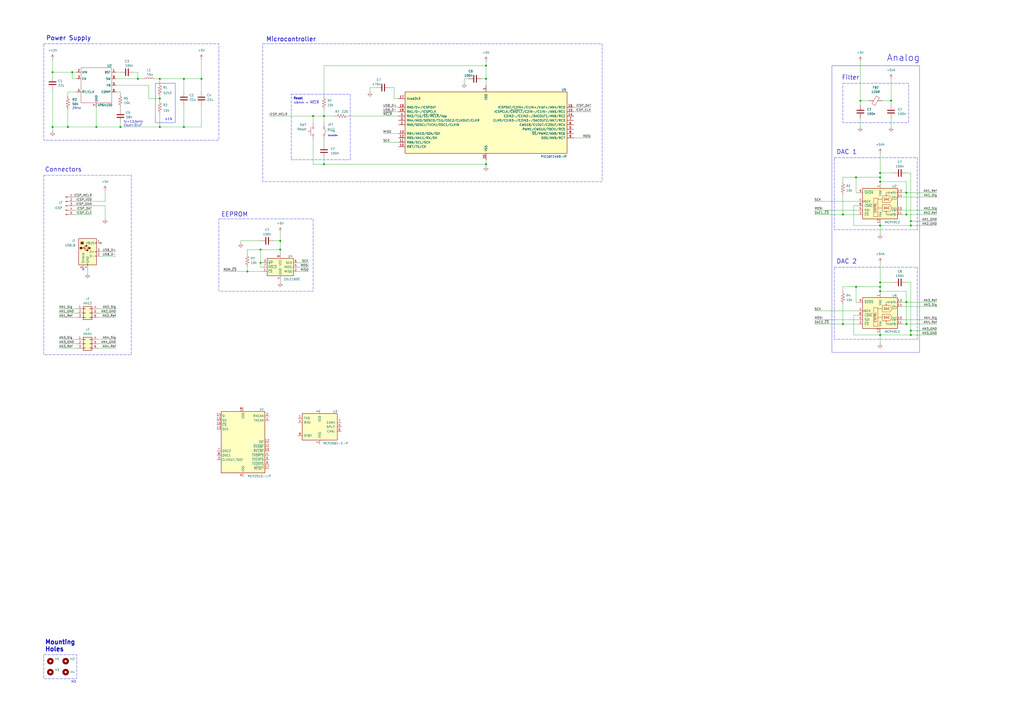
<source format=kicad_sch>
(kicad_sch (version 20250114) (generator "eeschema") (generator_version "9.0")
  (paper "A2")
  (lib_symbols
    (symbol "Analog_DAC:MCP4912" (pin_names (offset 1.016))
      (property "Reference" "U" (at -1.905 10.795 0))
      (property "Value" "MCP4912" (at -1.905 8.89 0))
      (symbol "MCP4912_0_0"
        (polyline (pts (xy 3.556 3.302) (xy 3.302 3.556)))
        (polyline (pts (xy 3.556 3.302) (xy 3.81 3.556)))
        (polyline (pts (xy 3.556 -5.842) (xy 3.302 -6.096)))
        (polyline (pts (xy 3.556 -5.842) (xy 3.81 -6.096)))
        (polyline (pts (xy 4.064 -7.62) (xy 3.556 -7.62) (xy 3.556 -5.842)))
        (polyline (pts (xy 4.318 5.08) (xy 3.556 5.08) (xy 3.556 3.302)))
        (polyline (pts (xy 6.985 1.27) (xy 9.525 1.27) (xy 9.525 2.54) (xy 10.16 2.54)))
        (polyline (pts (xy 6.985 -3.81) (xy 9.525 -3.81) (xy 9.525 -5.08) (xy 10.16 -5.08)))
        (polyline (pts (xy 10.16 5.08) (xy 9.398 5.08)))
        (polyline (pts (xy 10.16 -7.62) (xy 9.398 -7.62)))
        (text "CNTRL" (at -2.032 -6.731 900) (effects (font (size 1.27 1.27)) (justify left bottom)))
        (text "DAC" (at 3.81 1.27 0) (effects (font (size 1.27 1.27))))
        (text "DAC" (at 3.81 -3.81 0) (effects (font (size 1.27 1.27))))
      )
      (symbol "MCP4912_0_1"
        (rectangle (start -10.16 7.62) (end 10.16 -10.16) (stroke (width 0.254)) (fill (type background)))
        (rectangle (start -1.27 -8.89) (end -3.81 1.905))
        (polyline (pts (xy 1.27 1.27) (xy -1.27 1.27)))
        (polyline (pts (xy 1.27 -3.81) (xy -1.27 -3.81)))
        (polyline (pts (xy 6.985 1.27) (xy 5.715 3.175) (xy 1.27 3.175) (xy 1.27 -0.635) (xy 5.715 -0.635) (xy 6.985 1.27)))
        (polyline (pts (xy 6.985 -3.81) (xy 5.715 -1.905) (xy 1.27 -1.905) (xy 1.27 -5.715) (xy 5.715 -5.715) (xy 6.985 -3.81)))
      )
      (symbol "MCP4912_1_1"
        (pin input line (at -12.7 5.08 0) (length 2.54) (name "~{SHDN}") (number "9"))
        (pin input clock (at -12.7 0 0) (length 2.54) (name "SCK") (number "4"))
        (pin input line (at -12.7 -2.54 0) (length 2.54) (name "~{LDAC}") (number "8"))
        (pin input line (at -12.7 -5.08 0) (length 2.54) (name "SDI") (number "5"))
        (pin input line (at -12.7 -7.62 0) (length 2.54) (name "~{CS}") (number "3"))
        (pin no_connect line (at -7.62 -10.16 90) (length 2.54) (hide yes) (name "NC") (number "2"))
        (pin no_connect line (at -5.08 -10.16 90) (length 2.54) (hide yes) (name "NC") (number "6"))
        (pin no_connect line (at -2.54 -10.16 90) (length 2.54) (hide yes) (name "NC") (number "7"))
        (pin power_in line (at 0 10.16 270) (length 2.54) (name "Vdd") (number "1"))
        (pin power_in line (at 0 -12.7 90) (length 2.54) (name "Vss") (number "12"))
        (pin input line (at 12.7 5.08 180) (length 2.54) (name "VrefA") (number "13"))
        (pin output line (at 12.7 2.54 180) (length 2.54) (name "VA") (number "14"))
        (pin output line (at 12.7 -5.08 180) (length 2.54) (name "VB") (number "10"))
        (pin input line (at 12.7 -7.62 180) (length 2.54) (name "VrefB") (number "11"))
      )
    )
    (symbol "Connector:Conn_01x05_Pin" (pin_names (offset 1.016) (hide yes))
      (property "Reference" "J" (at 0 7.62 0))
      (property "Value" "Conn_01x05_Pin" (at 0 -7.62 0))
      (symbol "Conn_01x05_Pin_1_1"
        (rectangle (start 0.8636 5.207) (end 0 4.953) (stroke (width 0.1524)) (fill (type outline)))
        (rectangle (start 0.8636 2.667) (end 0 2.413) (stroke (width 0.1524)) (fill (type outline)))
        (rectangle (start 0.8636 0.127) (end 0 -0.127) (stroke (width 0.1524)) (fill (type outline)))
        (rectangle (start 0.8636 -2.413) (end 0 -2.667) (stroke (width 0.1524)) (fill (type outline)))
        (rectangle (start 0.8636 -4.953) (end 0 -5.207) (stroke (width 0.1524)) (fill (type outline)))
        (polyline (pts (xy 1.27 5.08) (xy 0.8636 5.08)) (stroke (width 0.1524)))
        (polyline (pts (xy 1.27 2.54) (xy 0.8636 2.54)) (stroke (width 0.1524)))
        (polyline (pts (xy 1.27 0) (xy 0.8636 0)) (stroke (width 0.1524)))
        (polyline (pts (xy 1.27 -2.54) (xy 0.8636 -2.54)) (stroke (width 0.1524)))
        (polyline (pts (xy 1.27 -5.08) (xy 0.8636 -5.08)) (stroke (width 0.1524)))
        (pin passive line (at 5.08 5.08 180) (length 3.81) (name "Pin_1") (number "1"))
        (pin passive line (at 5.08 2.54 180) (length 3.81) (name "Pin_2") (number "2"))
        (pin passive line (at 5.08 0 180) (length 3.81) (name "Pin_3") (number "3"))
        (pin passive line (at 5.08 -2.54 180) (length 3.81) (name "Pin_4") (number "4"))
        (pin passive line (at 5.08 -5.08 180) (length 3.81) (name "Pin_5") (number "5"))
      )
    )
    (symbol "Connector:USB_B" (pin_names (offset 1.016))
      (property "Reference" "J" (at -5.08 11.43 0))
      (property "Value" "USB_B" (at -5.08 8.89 0))
      (symbol "USB_B_0_1"
        (rectangle (start -5.08 -7.62) (end 5.08 7.62) (stroke (width 0.254)) (fill (type background)))
        (polyline (pts (xy -4.064 4.318) (xy -2.286 4.318) (xy -2.286 5.715) (xy -2.667 6.096) (xy -3.683 6.096) (xy -4.064 5.715) (xy -4.064 4.318)))
        (rectangle (start -3.81 5.588) (end -2.54 4.572) (fill (type outline)))
        (circle (center -3.81 2.159) (radius 0.635) (stroke (width 0.254)) (fill (type outline)))
        (polyline (pts (xy -3.175 2.159) (xy -2.54 2.159) (xy -1.27 3.429) (xy -0.635 3.429)) (stroke (width 0.254)))
        (polyline (pts (xy -2.54 2.159) (xy -1.905 2.159) (xy -1.27 0.889) (xy 0 0.889)) (stroke (width 0.254)))
        (polyline (pts (xy -1.905 2.159) (xy 0.635 2.159)) (stroke (width 0.254)))
        (circle (center -0.635 3.429) (radius 0.381) (stroke (width 0.254)) (fill (type outline)))
        (rectangle (start -0.127 -7.62) (end 0.127 -6.858))
        (rectangle (start 0.254 1.27) (end -0.508 0.508) (stroke (width 0.254)) (fill (type outline)))
        (polyline (pts (xy 0.635 2.794) (xy 0.635 1.524) (xy 1.905 2.159) (xy 0.635 2.794)) (stroke (width 0.254)) (fill (type outline)))
        (rectangle (start 5.08 4.953) (end 4.318 5.207))
        (rectangle (start 5.08 -0.127) (end 4.318 0.127))
        (rectangle (start 5.08 -2.667) (end 4.318 -2.413))
      )
      (symbol "USB_B_1_1"
        (pin passive line (at -2.54 -10.16 90) (length 2.54) (name "Shield") (number "5"))
        (pin power_out line (at 0 -10.16 90) (length 2.54) (name "GND") (number "4"))
        (pin power_out line (at 7.62 5.08 180) (length 2.54) (name "VBUS") (number "1"))
        (pin bidirectional line (at 7.62 0 180) (length 2.54) (name "D+") (number "3"))
        (pin bidirectional line (at 7.62 -2.54 180) (length 2.54) (name "D-") (number "2"))
      )
    )
    (symbol "Connector_Generic:Conn_02x03_Top_Bottom" (pin_names (offset 1.016) (hide yes))
      (property "Reference" "J" (at 1.27 5.08 0))
      (property "Value" "Conn_02x03_Top_Bottom" (at 1.27 -5.08 0))
      (symbol "Conn_02x03_Top_Bottom_1_1"
        (rectangle (start -1.27 3.81) (end 3.81 -3.81) (stroke (width 0.254)) (fill (type background)))
        (rectangle (start -1.27 2.667) (end 0 2.413) (stroke (width 0.1524)))
        (rectangle (start -1.27 0.127) (end 0 -0.127) (stroke (width 0.1524)))
        (rectangle (start -1.27 -2.413) (end 0 -2.667) (stroke (width 0.1524)))
        (rectangle (start 3.81 2.667) (end 2.54 2.413) (stroke (width 0.1524)))
        (rectangle (start 3.81 0.127) (end 2.54 -0.127) (stroke (width 0.1524)))
        (rectangle (start 3.81 -2.413) (end 2.54 -2.667) (stroke (width 0.1524)))
        (pin passive line (at -5.08 2.54 0) (length 3.81) (name "Pin_1") (number "1"))
        (pin passive line (at -5.08 0 0) (length 3.81) (name "Pin_2") (number "2"))
        (pin passive line (at -5.08 -2.54 0) (length 3.81) (name "Pin_3") (number "3"))
        (pin passive line (at 7.62 2.54 180) (length 3.81) (name "Pin_4") (number "4"))
        (pin passive line (at 7.62 0 180) (length 3.81) (name "Pin_5") (number "5"))
        (pin passive line (at 7.62 -2.54 180) (length 3.81) (name "Pin_6") (number "6"))
      )
    )
    (symbol "Device:C" (pin_numbers (hide yes)) (pin_names (offset 0.254))
      (property "Reference" "C" (at 0.635 2.54 0))
      (property "Value" "C" (at 0.635 -2.54 0))
      (symbol "C_0_1"
        (polyline (pts (xy -2.032 0.762) (xy 2.032 0.762)) (stroke (width 0.508)))
        (polyline (pts (xy -2.032 -0.762) (xy 2.032 -0.762)) (stroke (width 0.508)))
      )
      (symbol "C_1_1"
        (pin passive line (at 0 3.81 270) (length 2.794) (name "~") (number "1"))
        (pin passive line (at 0 -3.81 90) (length 2.794) (name "~") (number "2"))
      )
    )
    (symbol "Device:FerriteBead" (pin_numbers (hide yes)) (pin_names (offset 0))
      (property "Reference" "FB" (at -3.81 0.635 90))
      (property "Value" "FerriteBead" (at 3.81 0 90))
      (symbol "FerriteBead_0_1"
        (polyline (pts (xy -2.7686 0.4064) (xy -1.7018 2.2606) (xy 2.7686 -0.3048) (xy 1.6764 -2.159) (xy -2.7686 0.4064)))
        (polyline (pts (xy 0 1.27) (xy 0 1.2954)))
        (polyline (pts (xy 0 -1.27) (xy 0 -1.2192)))
      )
      (symbol "FerriteBead_1_1"
        (pin passive line (at 0 3.81 270) (length 2.54) (name "~") (number "1"))
        (pin passive line (at 0 -3.81 90) (length 2.54) (name "~") (number "2"))
      )
    )
    (symbol "Device:L" (pin_numbers (hide yes)) (pin_names (offset 1.016) (hide yes))
      (property "Reference" "L" (at -1.27 0 90))
      (property "Value" "L" (at 1.905 0 90))
      (symbol "L_0_1"
        (arc (start 0 2.54) (mid 0.6323 1.905) (end 0 1.27))
        (arc (start 0 1.27) (mid 0.6323 0.635) (end 0 0))
        (arc (start 0 0) (mid 0.6323 -0.635) (end 0 -1.27))
        (arc (start 0 -1.27) (mid 0.6323 -1.905) (end 0 -2.54))
      )
      (symbol "L_1_1"
        (pin passive line (at 0 3.81 270) (length 1.27) (name "1") (number "1"))
        (pin passive line (at 0 -3.81 90) (length 1.27) (name "2") (number "2"))
      )
    )
    (symbol "Device:R_US" (pin_numbers (hide yes)) (pin_names (offset 0))
      (property "Reference" "R" (at 2.54 0 90))
      (property "Value" "R_US" (at -2.54 0 90))
      (symbol "R_US_0_1"
        (polyline (pts (xy 0 2.286) (xy 0 2.54)))
        (polyline (pts (xy 0 2.286) (xy 1.016 1.905) (xy 0 1.524) (xy -1.016 1.143) (xy 0 0.762)))
        (polyline (pts (xy 0 0.762) (xy 1.016 0.381) (xy 0 0) (xy -1.016 -0.381) (xy 0 -0.762)))
        (polyline (pts (xy 0 -0.762) (xy 1.016 -1.143) (xy 0 -1.524) (xy -1.016 -1.905) (xy 0 -2.286)))
        (polyline (pts (xy 0 -2.286) (xy 0 -2.54)))
      )
      (symbol "R_US_1_1"
        (pin passive line (at 0 3.81 270) (length 1.27) (name "~") (number "1"))
        (pin passive line (at 0 -3.81 90) (length 1.27) (name "~") (number "2"))
      )
    )
    (symbol "Interface_CAN_LIN:MCP2515-xSO"
      (property "Reference" "U" (at -10.16 19.685 0))
      (property "Value" "MCP2515-xSO" (at 19.05 20.32 0))
      (symbol "MCP2515-xSO_0_1"
        (rectangle (start -12.7 17.78) (end 12.7 -17.78) (stroke (width 0.254)) (fill (type background)))
      )
      (symbol "MCP2515-xSO_1_1"
        (pin input line (at -15.24 15.24 0) (length 2.54) (name "SI") (number "14"))
        (pin output line (at -15.24 12.7 0) (length 2.54) (name "SO") (number "15"))
        (pin input line (at -15.24 10.16 0) (length 2.54) (name "~{CS}") (number "16"))
        (pin input line (at -15.24 7.62 0) (length 2.54) (name "SCK") (number "13"))
        (pin output line (at -15.24 -5.08 0) (length 2.54) (name "OSC2") (number "7"))
        (pin input line (at -15.24 -7.62 0) (length 2.54) (name "OSC1") (number "8"))
        (pin output line (at -15.24 -10.16 0) (length 2.54) (name "CLKOUT/SOF") (number "3"))
        (pin power_in line (at 0 20.32 270) (length 2.54) (name "VDD") (number "18"))
        (pin power_in line (at 0 -20.32 90) (length 2.54) (name "VSS") (number "9"))
        (pin input line (at 15.24 15.24 180) (length 2.54) (name "RXCAN") (number "2"))
        (pin output line (at 15.24 12.7 180) (length 2.54) (name "TXCAN") (number "1"))
        (pin output line (at 15.24 0 180) (length 2.54) (name "~{INT}") (number "12"))
        (pin output line (at 15.24 -2.54 180) (length 2.54) (name "~{RX0BF}") (number "11"))
        (pin output line (at 15.24 -5.08 180) (length 2.54) (name "~{RX1BF}") (number "10"))
        (pin input line (at 15.24 -7.62 180) (length 2.54) (name "~{TX0RTS}") (number "4"))
        (pin input line (at 15.24 -10.16 180) (length 2.54) (name "~{TX1RTS}") (number "5"))
        (pin input line (at 15.24 -12.7 180) (length 2.54) (name "~{TX2RTS}") (number "6"))
        (pin input line (at 15.24 -15.24 180) (length 2.54) (name "~{RESET}") (number "17"))
      )
    )
    (symbol "Interface_CAN_LIN:MCP2561-E-P" (pin_names (offset 1.016))
      (property "Reference" "U" (at -10.16 8.89 0))
      (property "Value" "MCP2561-E-P" (at 2.54 8.89 0))
      (symbol "MCP2561-E-P_0_1"
        (rectangle (start -10.16 7.62) (end 10.16 -7.62) (stroke (width 0.254)) (fill (type background)))
      )
      (symbol "MCP2561-E-P_1_1"
        (pin input line (at -12.7 5.08 0) (length 2.54) (name "TXD") (number "1"))
        (pin output line (at -12.7 2.54 0) (length 2.54) (name "RXD") (number "4"))
        (pin input line (at -12.7 -5.08 0) (length 2.54) (name "STBY") (number "8"))
        (pin power_in line (at 0 10.16 270) (length 2.54) (name "VDD") (number "3"))
        (pin power_in line (at 0 -10.16 90) (length 2.54) (name "VSS") (number "2"))
        (pin bidirectional line (at 12.7 2.54 180) (length 2.54) (name "CANH") (number "7"))
        (pin passive line (at 12.7 0 180) (length 2.54) (name "SPLIT") (number "5"))
        (pin bidirectional line (at 12.7 -2.54 180) (length 2.54) (name "CANL") (number "6"))
      )
    )
    (symbol "Jumper:Jumper_2_Bridged" (pin_numbers (hide yes)) (pin_names (offset 0) (hide yes)) (exclude_from_sim yes)
      (property "Reference" "JP" (at 0 1.905 0))
      (property "Value" "Jumper_2_Bridged" (at 0 -2.54 0))
      (symbol "Jumper_2_Bridged_0_0"
        (circle (center -2.032 0) (radius 0.508))
        (circle (center 2.032 0) (radius 0.508))
      )
      (symbol "Jumper_2_Bridged_0_1"
        (arc (start -1.524 0.254) (mid 0 0.762) (end 1.524 0.254))
      )
      (symbol "Jumper_2_Bridged_1_1"
        (pin passive line (at -5.08 0 0) (length 2.54) (name "A") (number "1"))
        (pin passive line (at 5.08 0 180) (length 2.54) (name "B") (number "2"))
      )
    )
    (symbol "MCU_Microchip_PIC16:PIC16F1459-IP" (pin_names (offset 1.016))
      (property "Reference" "U" (at -46.99 17.78 0))
      (property "Value" "PIC16F1459-IP" (at -46.99 15.24 0))
      (symbol "PIC16F1459-IP_0_1"
        (rectangle (start -46.99 13.97) (end 46.99 -21.59) (stroke (width 0.254)) (fill (type background)))
      )
      (symbol "PIC16F1459-IP_1_1"
        (pin bidirectional line (at -50.8 10.16 0) (length 3.81) (name "Vusb3v3") (number "17"))
        (pin bidirectional line (at -50.8 5.08 0) (length 3.81) (name "RA0/D+/ICSPDAT") (number "19"))
        (pin bidirectional line (at -50.8 2.54 0) (length 3.81) (name "RA1/D-/ICSPCLK") (number "18"))
        (pin input line (at -50.8 0 0) (length 3.81) (name "RA3/T1G/~{SS}/~{MCLR}/Vpp") (number "4"))
        (pin bidirectional line (at -50.8 -2.54 0) (length 3.81) (name "RA4/AN3/SOSCO/T1G/OSC2/CLKOUT/CLKR") (number "3"))
        (pin bidirectional line (at -50.8 -5.08 0) (length 3.81) (name "RA5/SOSCI/T1CKI/OSC1/CLKIN") (number "2"))
        (pin bidirectional line (at -50.8 -10.16 0) (length 3.81) (name "RB4/AN10/SDA/SDI") (number "13"))
        (pin bidirectional line (at -50.8 -12.7 0) (length 3.81) (name "RB5/AN11/RX/DX") (number "12"))
        (pin bidirectional line (at -50.8 -15.24 0) (length 3.81) (name "RB6/SCL/SCK") (number "11"))
        (pin bidirectional line (at -50.8 -17.78 0) (length 3.81) (name "RB7/TX/CK") (number "10"))
        (pin power_in line (at 0 17.78 270) (length 3.81) (name "VDD") (number "1"))
        (pin power_in line (at 0 -25.4 90) (length 3.81) (name "VSS") (number "20"))
        (pin bidirectional line (at 50.8 5.08 180) (length 3.81) (name "ICSPDAT/C2IN+/C1IN+/Vref+/AN4/RC0") (number "16"))
        (pin bidirectional line (at 50.8 2.54 180) (length 3.81) (name "ICSPCLK/~{CWGFLT}/C2IN-/C1IN-/AN5/RC1") (number "15"))
        (pin bidirectional line (at 50.8 0 180) (length 3.81) (name "C2IN2-/C1IN2-/DACOUT1/AN6/RC2") (number "14"))
        (pin bidirectional line (at 50.8 -2.54 180) (length 3.81) (name "CLKR/C1IN3-/C2IN3-/DACOUT2/AN7/RC3") (number "7"))
        (pin bidirectional line (at 50.8 -5.08 180) (length 3.81) (name "CWG1B/C1OUT/C2OUT/RC4") (number "6"))
        (pin bidirectional line (at 50.8 -7.62 180) (length 3.81) (name "PWM1/CWG1A/T0CKI/RC5") (number "5"))
        (pin bidirectional line (at 50.8 -10.16 180) (length 3.81) (name "~{SS}/PWM2/AN8/RC6") (number "8"))
        (pin bidirectional line (at 50.8 -12.7 180) (length 3.81) (name "SDO/AN9/RC7") (number "9"))
      )
    )
    (symbol "Mechanical:MountingHole" (pin_names (offset 1.016)) (exclude_from_sim yes) (in_bom no)
      (property "Reference" "H" (at 0 5.08 0))
      (property "Value" "MountingHole" (at 0 3.175 0))
      (symbol "MountingHole_0_1"
        (circle (center 0 0) (radius 1.27) (stroke (width 1.27)))
      )
    )
    (symbol "Memory_EEPROM:25LCxxx"
      (property "Reference" "U" (at -7.62 6.35 0))
      (property "Value" "25LCxxx" (at 2.54 -6.35 0))
      (symbol "25LCxxx_1_1"
        (rectangle (start -7.62 5.08) (end 7.62 -5.08) (stroke (width 0.254)) (fill (type background)))
        (pin input line (at -10.16 2.54 0) (length 2.54) (name "~{WP}") (number "3"))
        (pin input line (at -10.16 0 0) (length 2.54) (name "~{HOLD}") (number "7"))
        (pin input line (at -10.16 -2.54 0) (length 2.54) (name "~{CS}") (number "1"))
        (pin power_in line (at 0 7.62 270) (length 2.54) (name "VCC") (number "8"))
        (pin power_in line (at 0 -7.62 90) (length 2.54) (name "GND") (number "4"))
        (pin input line (at 10.16 2.54 180) (length 2.54) (name "SCK") (number "6"))
        (pin input line (at 10.16 0 180) (length 2.54) (name "MOSI") (number "5"))
        (pin tri_state line (at 10.16 -2.54 180) (length 2.54) (name "MISO") (number "2"))
      )
    )
    (symbol "Switch:SW_Push" (pin_numbers (hide yes)) (pin_names (offset 1.016) (hide yes))
      (property "Reference" "SW" (at 1.27 2.54 0))
      (property "Value" "SW_Push" (at 0 -1.524 0))
      (symbol "SW_Push_0_1"
        (circle (center -2.032 0) (radius 0.508))
        (polyline (pts (xy 0 1.27) (xy 0 3.048)))
        (circle (center 2.032 0) (radius 0.508))
        (polyline (pts (xy 2.54 1.27) (xy -2.54 1.27)))
        (pin passive line (at -5.08 0 0) (length 2.54) (name "1") (number "1"))
        (pin passive line (at 5.08 0 180) (length 2.54) (name "2") (number "2"))
      )
    )
    (symbol "power:+12V" (power) (pin_numbers (hide yes)) (pin_names (offset 0) (hide yes))
      (property "Value" "+12V" (at 0 3.556 0))
      (symbol "+12V_0_1"
        (polyline (pts (xy -0.762 1.27) (xy 0 2.54)))
        (polyline (pts (xy 0 2.54) (xy 0.762 1.27)))
        (polyline (pts (xy 0 0) (xy 0 2.54)))
      )
      (symbol "+12V_1_1"
        (pin power_in line (at 0 0 90) (length 0) (name "~") (number "1"))
      )
    )
    (symbol "power:+5V" (power) (pin_numbers (hide yes)) (pin_names (offset 0) (hide yes))
      (property "Value" "+5V" (at 0 3.556 0))
      (symbol "+5V_0_1"
        (polyline (pts (xy -0.762 1.27) (xy 0 2.54)))
        (polyline (pts (xy 0 2.54) (xy 0.762 1.27)))
        (polyline (pts (xy 0 0) (xy 0 2.54)))
      )
      (symbol "+5V_1_1"
        (pin power_in line (at 0 0 90) (length 0) (name "~") (number "1"))
      )
    )
    (symbol "power:+5VA" (power) (pin_numbers (hide yes)) (pin_names (offset 0) (hide yes))
      (property "Value" "+5VA" (at 0 3.556 0))
      (symbol "+5VA_0_1"
        (polyline (pts (xy -0.762 1.27) (xy 0 2.54)))
        (polyline (pts (xy 0 2.54) (xy 0.762 1.27)))
        (polyline (pts (xy 0 0) (xy 0 2.54)))
      )
      (symbol "+5VA_1_1"
        (pin power_in line (at 0 0 90) (length 0) (name "~") (number "1"))
      )
    )
    (symbol "power:GND" (power) (pin_numbers (hide yes)) (pin_names (offset 0) (hide yes))
      (property "Value" "GND" (at 0 -3.81 0))
      (symbol "GND_0_1"
        (polyline (pts (xy 0 0) (xy 0 -1.27) (xy 1.27 -1.27) (xy 0 -2.54) (xy -1.27 -1.27) (xy 0 -1.27)))
      )
      (symbol "GND_1_1"
        (pin power_in line (at 0 0 270) (length 0) (name "~") (number "1"))
      )
    )
    (symbol "symbols:AP64100"
      (property "Reference" "U" (at -3.81 13.97 0))
      (property "Value" "AP64100" (at -0.254 11.684 0))
      (symbol "AP64100_0_1"
        (rectangle (start -8.89 10.16) (end 8.89 -10.16))
      )
      (symbol "AP64100_1_1"
        (pin power_in line (at -11.43 7.62 0) (length 2.54) (name "VIN") (number "2"))
        (pin input line (at -11.43 3.81 0) (length 2.54) (name "EN") (number "3"))
        (pin input line (at -11.43 -3.81 0) (length 2.54) (name "RT/CLK") (number "4"))
        (pin power_in line (at 0 -12.7 90) (length 2.54) (name "GND") (number "7"))
        (pin input line (at 11.43 7.62 180) (length 2.54) (name "BST") (number "1"))
        (pin power_out line (at 11.43 3.81 180) (length 2.54) (name "SW") (number "8"))
        (pin input line (at 11.43 0 180) (length 2.54) (name "FB") (number "5"))
        (pin input line (at 11.43 -3.81 180) (length 2.54) (name "COMP") (number "6"))
      )
    )
  )
  (rectangle (start 488.95 48.26) (end 527.05 71.12) (stroke (width 0) (type dash)))
  (rectangle (start 25.4 25.4) (end 127 81.28) (stroke (width 0) (type dash)))
  (rectangle (start 127 127) (end 181.61 168.91) (stroke (width 0) (type dash)))
  (rectangle (start 25.4 379.73) (end 44.45 393.7) (stroke (width 0) (type dash)))
  (rectangle (start 90.17 48.26) (end 101.6 71.12))
  (rectangle (start 168.91 54.61) (end 203.2 92.71) (stroke (width 0) (type dash)))
  (rectangle (start 483.87 154.94) (end 532.13 196.85) (stroke (width 0) (type dash)))
  (rectangle (start 25.4 101.6) (end 76.2 205.74) (stroke (width 0) (type dash)))
  (rectangle (start 483.87 91.44) (end 532.13 133.35) (stroke (width 0) (type dash)))
  (rectangle (start 152.4 25.4) (end 349.25 105.41) (stroke (width 0) (type dash)))
  (rectangle (start 482.6 38.1) (end 533.4 204.47))
  (text "Connectors" (at 26.035 98.425 0) (effects (font (size 2.54 2.54) (thickness 0.254) (bold yes)) (justify left)))
  (text "Power Supply" (at 26.67 22.225 0) (effects (font (size 2.54 2.54) (thickness 0.3302) (bold yes)) (justify left)))
  (text "2MHz\n" (at 44.45 62.865 0) (effects (font (size 1.27 1.27))))
  (text "±1%" (at 97.79 69.215 0) (effects (font (size 1.27 1.27))))
  (text "Reset" (at 170.18 57.15 0) (effects (font (size 1.27 1.27) (thickness 0.254) (bold yes)) (justify left)))
  (text "fc=13.5kHz\nCout=31uF" (at 71.755 71.755 0) (effects (font (size 1.27 1.27)) (justify left)))
  (text "Mounting\nHoles" (at 26.035 374.65 0) (effects (font (size 2.54 2.54) (thickness 0.508) (bold yes)) (justify left)))
  (text "Filter\n" (at 493.395 45.085 0) (effects (font (size 2.54 2.54) (thickness 0.254) (bold yes))))
  (text "M3\n" (at 41.275 395.605 0) (effects (font (size 1.27 1.27)) (justify left)))
  (text "EEPROM" (at 128.27 124.46 0) (effects (font (size 2.54 2.54) (thickness 0.254) (bold yes)) (justify left)))
  (text "≤6mm ↔ ~{MCLR}" (at 170.18 59.69 0) (effects (font (size 1.27 1.27)) (justify left)))
  (text "DAC 1" (at 485.14 88.265 0) (effects (font (size 2.54 2.54) (thickness 0.254) (bold yes)) (justify left)))
  (text "Microcontroller" (at 154.305 22.86 0) (effects (font (size 2.54 2.54) (thickness 0.3302) (bold yes)) (justify left)))
  (text "Analog" (at 514.35 33.655 0) (effects (font (size 3.81 3.81) (thickness 0.254) (bold yes)) (justify left)))
  (text "Isolation" (at 193.04 78.74 0) (effects (font (size 0.889 0.889))))
  (text "DAC 2" (at 485.14 151.765 0) (effects (font (size 2.54 2.54) (thickness 0.254) (bold yes)) (justify left)))
  (junction (at 510.54 166.37))
  (junction (at 106.68 45.72))
  (junction (at 510.54 168.91))
  (junction (at 162.56 144.78))
  (junction (at 55.88 73.66))
  (junction (at 528.32 128.27))
  (junction (at 39.37 73.66))
  (junction (at 106.68 73.66))
  (junction (at 528.32 130.81))
  (junction (at 496.57 166.37))
  (junction (at 162.56 139.7))
  (junction (at 525.78 111.76))
  (junction (at 92.71 73.66))
  (junction (at 281.94 38.1))
  (junction (at 525.78 124.46))
  (junction (at 281.94 45.72))
  (junction (at 516.89 58.42))
  (junction (at 499.11 58.42))
  (junction (at 510.54 130.81))
  (junction (at 281.94 95.25))
  (junction (at 525.78 187.96))
  (junction (at 80.01 45.72))
  (junction (at 187.96 67.31))
  (junction (at 510.54 102.87))
  (junction (at 510.54 194.31))
  (junction (at 92.71 57.15))
  (junction (at 525.78 175.26))
  (junction (at 30.48 73.66))
  (junction (at 92.71 45.72))
  (junction (at 510.54 163.83))
  (junction (at 488.95 124.46))
  (junction (at 30.48 41.91))
  (junction (at 488.95 187.96))
  (junction (at 151.13 152.4))
  (junction (at 41.91 41.91))
  (junction (at 510.54 100.33))
  (junction (at 143.51 157.48))
  (junction (at 496.57 102.87))
  (junction (at 528.32 194.31))
  (junction (at 151.13 144.78))
  (junction (at 510.54 105.41))
  (junction (at 69.85 73.66))
  (junction (at 116.84 45.72))
  (junction (at 528.32 191.77))
  (junction (at 187.96 95.25))
  (junction (at 181.61 67.31))
  (no_connect (at 48.26 156.21))
  (no_connect (at 58.42 140.97))
  (wire (pts (xy 187.96 95.25) (xy 187.96 91.44)))
  (wire (pts (xy 472.44 180.34) (xy 497.84 180.34)))
  (wire (pts (xy 106.68 45.72) (xy 116.84 45.72)))
  (wire (pts (xy 523.24 121.92) (xy 543.56 121.92)))
  (wire (pts (xy 495.3 182.88) (xy 497.84 182.88)))
  (wire (pts (xy 495.3 119.38) (xy 497.84 119.38)))
  (wire (pts (xy 187.96 38.1) (xy 281.94 38.1)))
  (wire (pts (xy 44.45 41.91) (xy 41.91 41.91)))
  (wire (pts (xy 523.24 185.42) (xy 543.56 185.42)))
  (wire (pts (xy 332.74 80.01) (xy 342.9 80.01)))
  (wire (pts (xy 510.54 168.91) (xy 510.54 170.18)))
  (wire (pts (xy 60.96 116.84) (xy 60.96 110.49)))
  (wire (pts (xy 67.31 53.34) (xy 69.85 53.34)))
  (wire (pts (xy 80.01 45.72) (xy 82.55 45.72)))
  (wire (pts (xy 58.42 146.05) (xy 67.31 146.05)))
  (wire (pts (xy 152.4 152.4) (xy 151.13 152.4)))
  (wire (pts (xy 496.57 175.26) (xy 496.57 166.37)))
  (wire (pts (xy 488.95 187.96) (xy 497.84 187.96)))
  (wire (pts (xy 143.51 144.78) (xy 151.13 144.78)))
  (wire (pts (xy 92.71 73.66) (xy 106.68 73.66)))
  (wire (pts (xy 187.96 38.1) (xy 187.96 55.88)))
  (wire (pts (xy 523.24 124.46) (xy 525.78 124.46)))
  (wire (pts (xy 44.45 53.34) (xy 39.37 53.34)))
  (wire (pts (xy 510.54 193.04) (xy 510.54 194.31)))
  (wire (pts (xy 516.89 60.96) (xy 516.89 58.42)))
  (wire (pts (xy 525.78 168.91) (xy 510.54 168.91)))
  (wire (pts (xy 69.85 53.34) (xy 69.85 54.61)))
  (wire (pts (xy 528.32 163.83) (xy 528.32 191.77)))
  (wire (pts (xy 523.24 114.3) (xy 543.56 114.3)))
  (wire (pts (xy 495.3 130.81) (xy 510.54 130.81)))
  (wire (pts (xy 34.29 184.15) (xy 44.45 184.15)))
  (wire (pts (xy 516.89 45.72) (xy 516.89 58.42)))
  (wire (pts (xy 528.32 100.33) (xy 528.32 128.27)))
  (wire (pts (xy 528.32 130.81) (xy 510.54 130.81)))
  (wire (pts (xy 497.84 111.76) (xy 496.57 111.76)))
  (wire (pts (xy 30.48 41.91) (xy 30.48 44.45)))
  (wire (pts (xy 528.32 194.31) (xy 543.56 194.31)))
  (wire (pts (xy 30.48 34.29) (xy 30.48 41.91)))
  (wire (pts (xy 525.78 105.41) (xy 525.78 111.76)))
  (wire (pts (xy 496.57 102.87) (xy 510.54 102.87)))
  (wire (pts (xy 57.15 196.85) (xy 67.31 196.85)))
  (wire (pts (xy 496.57 111.76) (xy 496.57 102.87)))
  (wire (pts (xy 525.78 168.91) (xy 525.78 175.26)))
  (wire (pts (xy 222.25 64.77) (xy 231.14 64.77)))
  (wire (pts (xy 39.37 53.34) (xy 39.37 55.88)))
  (wire (pts (xy 499.11 58.42) (xy 504.19 58.42)))
  (wire (pts (xy 332.74 64.77) (xy 342.9 64.77)))
  (wire (pts (xy 92.71 66.04) (xy 92.71 73.66)))
  (wire (pts (xy 143.51 147.32) (xy 143.51 144.78)))
  (wire (pts (xy 332.74 62.23) (xy 342.9 62.23)))
  (wire (pts (xy 281.94 45.72) (xy 279.4 45.72)))
  (wire (pts (xy 281.94 49.53) (xy 281.94 45.72)))
  (wire (pts (xy 156.21 67.31) (xy 181.61 67.31)))
  (wire (pts (xy 510.54 163.83) (xy 510.54 166.37)))
  (wire (pts (xy 495.3 130.81) (xy 495.3 119.38)))
  (wire (pts (xy 39.37 63.5) (xy 39.37 73.66)))
  (wire (pts (xy 43.18 114.3) (xy 53.34 114.3)))
  (wire (pts (xy 92.71 45.72) (xy 92.71 48.26)))
  (wire (pts (xy 60.96 119.38) (xy 60.96 127)))
  (wire (pts (xy 231.14 57.15) (xy 228.6 57.15)))
  (wire (pts (xy 528.32 128.27) (xy 528.32 130.81)))
  (wire (pts (xy 151.13 154.94) (xy 151.13 152.4)))
  (wire (pts (xy 525.78 105.41) (xy 510.54 105.41)))
  (wire (pts (xy 528.32 191.77) (xy 528.32 194.31)))
  (wire (pts (xy 151.13 144.78) (xy 162.56 144.78)))
  (wire (pts (xy 143.51 157.48) (xy 143.51 154.94)))
  (wire (pts (xy 222.25 82.55) (xy 231.14 82.55)))
  (wire (pts (xy 528.32 191.77) (xy 543.56 191.77)))
  (wire (pts (xy 162.56 139.7) (xy 162.56 144.78)))
  (wire (pts (xy 172.72 157.48) (xy 179.07 157.48)))
  (wire (pts (xy 106.68 73.66) (xy 116.84 73.66)))
  (wire (pts (xy 228.6 50.8) (xy 226.06 50.8)))
  (wire (pts (xy 499.11 35.56) (xy 499.11 58.42)))
  (wire (pts (xy 116.84 60.96) (xy 116.84 73.66)))
  (wire (pts (xy 50.8 156.21) (xy 50.8 158.75)))
  (wire (pts (xy 55.88 62.23) (xy 55.88 73.66)))
  (wire (pts (xy 34.29 181.61) (xy 44.45 181.61)))
  (wire (pts (xy 41.91 45.72) (xy 41.91 41.91)))
  (wire (pts (xy 228.6 57.15) (xy 228.6 50.8)))
  (wire (pts (xy 214.63 50.8) (xy 214.63 53.34)))
  (wire (pts (xy 30.48 73.66) (xy 30.48 76.2)))
  (wire (pts (xy 488.95 102.87) (xy 496.57 102.87)))
  (wire (pts (xy 525.78 124.46) (xy 543.56 124.46)))
  (wire (pts (xy 472.44 187.96) (xy 488.95 187.96)))
  (wire (pts (xy 181.61 67.31) (xy 181.61 71.12)))
  (wire (pts (xy 92.71 57.15) (xy 86.36 57.15)))
  (wire (pts (xy 92.71 45.72) (xy 106.68 45.72)))
  (wire (pts (xy 187.96 81.28) (xy 187.96 83.82)))
  (wire (pts (xy 86.36 49.53) (xy 67.31 49.53)))
  (wire (pts (xy 523.24 177.8) (xy 543.56 177.8)))
  (wire (pts (xy 510.54 105.41) (xy 510.54 106.68)))
  (wire (pts (xy 34.29 201.93) (xy 44.45 201.93)))
  (wire (pts (xy 181.61 67.31) (xy 187.96 67.31)))
  (wire (pts (xy 525.78 111.76) (xy 543.56 111.76)))
  (wire (pts (xy 528.32 194.31) (xy 510.54 194.31)))
  (wire (pts (xy 472.44 116.84) (xy 497.84 116.84)))
  (wire (pts (xy 34.29 196.85) (xy 44.45 196.85)))
  (wire (pts (xy 92.71 57.15) (xy 92.71 58.42)))
  (wire (pts (xy 525.78 175.26) (xy 525.78 187.96)))
  (wire (pts (xy 129.54 157.48) (xy 143.51 157.48)))
  (wire (pts (xy 495.3 194.31) (xy 510.54 194.31)))
  (wire (pts (xy 218.44 50.8) (xy 214.63 50.8)))
  (wire (pts (xy 281.94 95.25) (xy 281.94 96.52)))
  (wire (pts (xy 55.88 73.66) (xy 39.37 73.66)))
  (wire (pts (xy 510.54 100.33) (xy 518.16 100.33)))
  (wire (pts (xy 510.54 166.37) (xy 510.54 168.91)))
  (wire (pts (xy 222.25 62.23) (xy 231.14 62.23)))
  (wire (pts (xy 488.95 168.91) (xy 488.95 166.37)))
  (wire (pts (xy 57.15 181.61) (xy 67.31 181.61)))
  (wire (pts (xy 201.93 67.31) (xy 231.14 67.31)))
  (wire (pts (xy 106.68 45.72) (xy 106.68 53.34)))
  (wire (pts (xy 523.24 175.26) (xy 525.78 175.26)))
  (wire (pts (xy 525.78 175.26) (xy 543.56 175.26)))
  (wire (pts (xy 181.61 81.28) (xy 181.61 95.25)))
  (wire (pts (xy 92.71 73.66) (xy 69.85 73.66)))
  (wire (pts (xy 510.54 152.4) (xy 510.54 163.83)))
  (wire (pts (xy 488.95 166.37) (xy 496.57 166.37)))
  (wire (pts (xy 488.95 124.46) (xy 497.84 124.46)))
  (wire (pts (xy 69.85 62.23) (xy 69.85 63.5)))
  (wire (pts (xy 172.72 154.94) (xy 179.07 154.94)))
  (wire (pts (xy 510.54 102.87) (xy 510.54 105.41)))
  (wire (pts (xy 57.15 179.07) (xy 67.31 179.07)))
  (wire (pts (xy 44.45 45.72) (xy 41.91 45.72)))
  (wire (pts (xy 516.89 68.58) (xy 516.89 73.66)))
  (wire (pts (xy 496.57 166.37) (xy 510.54 166.37)))
  (wire (pts (xy 77.47 41.91) (xy 80.01 41.91)))
  (wire (pts (xy 510.54 130.81) (xy 510.54 135.89)))
  (wire (pts (xy 90.17 45.72) (xy 92.71 45.72)))
  (wire (pts (xy 488.95 113.03) (xy 488.95 124.46)))
  (wire (pts (xy 269.24 45.72) (xy 271.78 45.72)))
  (wire (pts (xy 162.56 162.56) (xy 162.56 163.83)))
  (wire (pts (xy 162.56 144.78) (xy 162.56 147.32)))
  (wire (pts (xy 151.13 144.78) (xy 151.13 152.4)))
  (wire (pts (xy 57.15 201.93) (xy 67.31 201.93)))
  (wire (pts (xy 57.15 199.39) (xy 67.31 199.39)))
  (wire (pts (xy 34.29 179.07) (xy 44.45 179.07)))
  (wire (pts (xy 92.71 55.88) (xy 92.71 57.15)))
  (wire (pts (xy 281.94 92.71) (xy 281.94 95.25)))
  (wire (pts (xy 116.84 45.72) (xy 116.84 53.34)))
  (wire (pts (xy 67.31 45.72) (xy 80.01 45.72)))
  (wire (pts (xy 495.3 194.31) (xy 495.3 182.88)))
  (wire (pts (xy 80.01 41.91) (xy 80.01 45.72)))
  (wire (pts (xy 69.85 73.66) (xy 55.88 73.66)))
  (wire (pts (xy 472.44 121.92) (xy 497.84 121.92)))
  (wire (pts (xy 158.75 139.7) (xy 162.56 139.7)))
  (wire (pts (xy 67.31 41.91) (xy 69.85 41.91)))
  (wire (pts (xy 162.56 134.62) (xy 162.56 139.7)))
  (wire (pts (xy 116.84 34.29) (xy 116.84 45.72)))
  (wire (pts (xy 187.96 95.25) (xy 281.94 95.25)))
  (wire (pts (xy 69.85 71.12) (xy 69.85 73.66)))
  (wire (pts (xy 525.78 100.33) (xy 528.32 100.33)))
  (wire (pts (xy 510.54 100.33) (xy 510.54 102.87)))
  (wire (pts (xy 43.18 116.84) (xy 60.96 116.84)))
  (wire (pts (xy 187.96 67.31) (xy 194.31 67.31)))
  (wire (pts (xy 523.24 111.76) (xy 525.78 111.76)))
  (wire (pts (xy 58.42 148.59) (xy 67.31 148.59)))
  (wire (pts (xy 57.15 184.15) (xy 67.31 184.15)))
  (wire (pts (xy 30.48 52.07) (xy 30.48 73.66)))
  (wire (pts (xy 43.18 119.38) (xy 60.96 119.38)))
  (wire (pts (xy 187.96 67.31) (xy 187.96 71.12)))
  (wire (pts (xy 222.25 77.47) (xy 231.14 77.47)))
  (wire (pts (xy 181.61 95.25) (xy 187.96 95.25)))
  (wire (pts (xy 172.72 152.4) (xy 179.07 152.4)))
  (wire (pts (xy 106.68 60.96) (xy 106.68 73.66)))
  (wire (pts (xy 472.44 185.42) (xy 497.84 185.42)))
  (wire (pts (xy 41.91 41.91) (xy 30.48 41.91)))
  (wire (pts (xy 43.18 124.46) (xy 53.34 124.46)))
  (wire (pts (xy 528.32 130.81) (xy 543.56 130.81)))
  (wire (pts (xy 152.4 154.94) (xy 151.13 154.94)))
  (wire (pts (xy 516.89 58.42) (xy 511.81 58.42)))
  (wire (pts (xy 488.95 105.41) (xy 488.95 102.87)))
  (wire (pts (xy 488.95 176.53) (xy 488.95 187.96)))
  (wire (pts (xy 269.24 48.26) (xy 269.24 45.72)))
  (wire (pts (xy 499.11 58.42) (xy 499.11 60.96)))
  (wire (pts (xy 523.24 187.96) (xy 525.78 187.96)))
  (wire (pts (xy 34.29 199.39) (xy 44.45 199.39)))
  (wire (pts (xy 499.11 68.58) (xy 499.11 73.66)))
  (wire (pts (xy 139.7 139.7) (xy 139.7 140.97)))
  (wire (pts (xy 528.32 128.27) (xy 543.56 128.27)))
  (wire (pts (xy 86.36 57.15) (xy 86.36 49.53)))
  (wire (pts (xy 139.7 139.7) (xy 151.13 139.7)))
  (wire (pts (xy 497.84 175.26) (xy 496.57 175.26)))
  (wire (pts (xy 281.94 38.1) (xy 281.94 45.72)))
  (wire (pts (xy 152.4 157.48) (xy 143.51 157.48)))
  (wire (pts (xy 510.54 194.31) (xy 510.54 199.39)))
  (wire (pts (xy 510.54 88.9) (xy 510.54 100.33)))
  (wire (pts (xy 39.37 73.66) (xy 30.48 73.66)))
  (wire (pts (xy 525.78 163.83) (xy 528.32 163.83)))
  (wire (pts (xy 510.54 163.83) (xy 518.16 163.83)))
  (wire (pts (xy 281.94 35.56) (xy 281.94 38.1)))
  (wire (pts (xy 510.54 129.54) (xy 510.54 130.81)))
  (wire (pts (xy 525.78 187.96) (xy 543.56 187.96)))
  (wire (pts (xy 525.78 111.76) (xy 525.78 124.46)))
  (wire (pts (xy 187.96 63.5) (xy 187.96 67.31)))
  (wire (pts (xy 472.44 124.46) (xy 488.95 124.46)))
  (wire (pts (xy 43.18 121.92) (xy 53.34 121.92)))
  (label "DAC1_~{CS}" (at 472.44 124.46 0))
  (label "AN4_GND" (at 67.31 199.39 180) (effects (font (thickness 0.1588))))
  (label "SCK" (at 179.07 152.4 180) (effects (font (thickness 0.1588))))
  (label "MOSI" (at 342.9 80.01 180) (effects (font (thickness 0.1588))))
  (label "AN4_Ref" (at 543.56 187.96 180))
  (label "ICSP_DAT" (at 342.9 62.23 180))
  (label "AN3_Ref" (at 543.56 175.26 180))
  (label "ROM_~{CS}" (at 129.54 157.48 0) (effects (font (thickness 0.1588))))
  (label "AN2_GND" (at 543.56 130.81 180) (effects (font (thickness 0.1588))))
  (label "AN3_Sig" (at 34.29 196.85 0) (effects (font (thickness 0.1588))))
  (label "AN2_Ref" (at 67.31 184.15 180) (effects (font (thickness 0.1588))))
  (label "AN3_GND" (at 543.56 194.31 180) (effects (font (thickness 0.1588))))
  (label "AN1_Sig" (at 543.56 114.3 180))
  (label "AN2_GND" (at 67.31 181.61 180) (effects (font (thickness 0.1588))))
  (label "MISO" (at 179.07 157.48 180) (effects (font (thickness 0.1588))))
  (label "MOSI" (at 179.07 154.94 180) (effects (font (thickness 0.1588))))
  (label "ICSP_CLK" (at 53.34 124.46 180))
  (label "AN2_Sig" (at 67.31 179.07 180) (effects (font (thickness 0.1588))))
  (label "SCK" (at 222.25 82.55 0) (effects (font (thickness 0.1588))))
  (label "AN1_Ref" (at 34.29 184.15 0) (effects (font (thickness 0.1588))))
  (label "ICSP_CLK" (at 342.9 64.77 180))
  (label "USB_D+" (at 222.25 62.23 0))
  (label "SCK" (at 472.44 180.34 0) (effects (font (thickness 0.1588))))
  (label "AN1_Ref" (at 543.56 111.76 180))
  (label "AN4_Ref" (at 67.31 201.93 180) (effects (font (thickness 0.1588))))
  (label "AN1_Sig" (at 34.29 179.07 0) (effects (font (thickness 0.1588))))
  (label "AN1_GND" (at 34.29 181.61 0) (effects (font (thickness 0.1588))))
  (label "USB_D-" (at 222.25 64.77 0))
  (label "AN4_Sig" (at 67.31 196.85 180) (effects (font (thickness 0.1588))))
  (label "MOSI" (at 472.44 121.92 0))
  (label "AN4_Sig" (at 543.56 185.42 180))
  (label "~{MCLR}" (at 222.25 67.31 0))
  (label "AN2_Ref" (at 543.56 124.46 180))
  (label "AN3_GND" (at 543.56 191.77 180) (effects (font (thickness 0.1588))))
  (label "AN3_Sig" (at 543.56 177.8 180))
  (label "USB_D-" (at 67.31 148.59 180))
  (label "ICSP_VDD" (at 53.34 116.84 180))
  (label "AN2_Sig" (at 543.56 121.92 180))
  (label "USB_D+" (at 67.31 146.05 180))
  (label "ICSP_GND" (at 53.34 119.38 180))
  (label "ICSP_DAT" (at 53.34 121.92 180))
  (label "ICSP_MCLR" (at 53.34 114.3 180))
  (label "MISO" (at 222.25 77.47 0) (effects (font (thickness 0.1588))))
  (label "AN3_GND" (at 34.29 199.39 0) (effects (font (thickness 0.1588))))
  (label "ICSP_MCLR" (at 156.21 67.31 0))
  (label "MOSI" (at 472.44 185.42 0))
  (label "AN1_GND" (at 543.56 128.27 180) (effects (font (thickness 0.1588))))
  (label "SCK" (at 472.44 116.84 0) (effects (font (thickness 0.1588))))
  (label "DAC2_~{CS}" (at 472.44 187.96 0))
  (label "AN3_Ref" (at 34.29 201.93 0) (effects (font (thickness 0.1588))))
  (symbol (lib_id "Connector:USB_B") (at 50.8 146.05 0) (unit 1)
    (property "Reference" "J?" (at 43.815 139.7 0) (effects (justify right)))
    (property "Value" "USB_B" (at 43.815 142.24 0) (effects (justify right)))
    (property "Description" "USB Type B connector" (effects (hide yes)))
  )
  (symbol (lib_id "Connector_Generic:Conn_02x03_Top_Bottom") (at 49.53 199.39 0) (unit 1)
    (property "Reference" "J?" (at 50.8 191.135 0))
    (property "Value" "AN34" (at 50.8 193.675 0))
    (property "Footprint" "Connector_Molex:Molex_Mini-Fit_Jr_5569-06A2_2x03_P4.20mm_Horizontal" (effects (hide yes)))
    (property "Datasheet" "https://www.molex.com/en-us/products/part-detail/39301060?display=pdf" (effects (hide yes)))
    (property "Description" "Generic connector, double row, 02x03, top/bottom pin numbering scheme (row 1: 1...pins_per_row, row2: pins_per_row+1 ... num_pins), script generated (kicad-library-utils/schlib/autogen/connector/)" (effects (hide yes)))
  )
  (symbol (lib_id "Device:C") (at 154.94 139.7 90) (unit 1)
    (property "Reference" "C?" (at 154.94 133.35 90))
    (property "Value" "100n" (at 154.94 135.89 90))
    (property "Description" "Unpolarized capacitor" (effects (hide yes)))
  )
  (symbol (lib_id "Jumper:Jumper_2_Bridged") (at 187.96 76.2 270) (mirror x) (unit 1)
    (property "Reference" "JP?" (at 189.865 72.39 90) (effects (justify left)))
    (property "Value" "~{Prog}" (at 189.865 75.565 90) (effects (justify left)))
    (property "Description" "Jumper, 2-pole, closed/bridged" (effects (hide yes)))
  )
  (symbol (lib_id "Device:C") (at 106.68 57.15 180) (unit 1)
    (property "Reference" "C2" (at 111.125 55.245 0))
    (property "Value" "22u" (at 111.76 57.785 0))
    (property "Description" "Unpolarized capacitor" (effects (hide yes)))
  )
  (symbol (lib_id "Device:C") (at 30.48 48.26 0) (unit 1)
    (property "Reference" "C1" (at 34.925 46.99 0))
    (property "Value" "22u" (at 35.56 49.53 0))
    (property "Description" "Unpolarized capacitor" (effects (hide yes)))
  )
  (symbol (lib_id "Memory_EEPROM:25LCxxx") (at 162.56 154.94 0) (unit 1)
    (property "Reference" "U4" (at 167.005 148.59 0) (effects (justify left)))
    (property "Value" "25LC160C" (at 164.465 161.925 0) (effects (justify left)))
    (property "Datasheet" "http://ww1.microchip.com/downloads/en/DeviceDoc/21832H.pdf" (effects (hide yes)))
    (property "Description" "SPI Serial EEPROM, DIP-8/SOIC-8/TSSOP-8" (effects (hide yes)))
  )
  (symbol (lib_id "power:GND") (at 510.54 135.89 0) (unit 1)
    (property "Reference" "#PWR017" (effects (hide yes)))
    (property "Value" "GND" (effects (hide yes)))
    (property "Description" "Power symbol creates a global label with name \"GND\" , ground" (effects (hide yes)))
  )
  (symbol (lib_id "power:GND") (at 510.54 199.39 0) (unit 1)
    (property "Reference" "#PWR019" (effects (hide yes)))
    (property "Value" "GND" (effects (hide yes)))
    (property "Description" "Power symbol creates a global label with name \"GND\" , ground" (effects (hide yes)))
  )
  (symbol (lib_id "power:GND") (at 281.94 96.52 0) (unit 1)
    (property "Reference" "#PWR01" (effects (hide yes)))
    (property "Value" "GND" (effects (hide yes)))
    (property "Description" "Power symbol creates a global label with name \"GND\" , ground" (effects (hide yes)))
  )
  (symbol (lib_id "Device:R_US") (at 143.51 151.13 0) (unit 1)
    (property "Reference" "R?" (at 145.415 149.86 0) (effects (justify left)))
    (property "Value" "10k" (at 145.415 152.4 0) (effects (justify left)))
    (property "Description" "Resistor, US symbol" (effects (hide yes)))
  )
  (symbol (lib_id "Mechanical:MountingHole") (at 29.21 383.54 0) (unit 1) (exclude_from_sim yes) (in_bom no)
    (property "Reference" "H1" (at 31.75 382.2699 0) (effects (justify left)))
    (property "Value" "MountingHole" (effects (hide yes)))
    (property "Footprint" "MountingHole:MountingHole_3.2mm_M3_DIN965" (effects (hide yes)))
    (property "Description" "Mounting Hole without connection" (effects (hide yes)))
  )
  (symbol (lib_id "Device:FerriteBead") (at 508 58.42 90) (unit 1)
    (property "Reference" "FB?" (at 507.9492 50.8 90))
    (property "Value" "120R" (at 507.9492 53.34 90))
    (property "Description" "Ferrite bead" (effects (hide yes)))
  )
  (symbol (lib_id "symbols:AP64100") (at 55.88 49.53 0) (unit 1)
    (property "Reference" "U2" (at 63.5 38.1 0))
    (property "Value" "AP64100" (at 60.96 60.96 0))
    (property "Footprint" "Package_SO:Diodes_SO-8EP" (effects (hide yes)))
    (property "Datasheet" "https://www.diodes.com/assets/Datasheets/AP64100.pdf" (effects (hide yes)))
    (property "Description" "3.8V to40V input, 1A low IQ synchronous buck with adjustable frequency" (effects (hide yes)))
  )
  (symbol (lib_id "Device:R_US") (at 69.85 58.42 180) (unit 1)
    (property "Reference" "R5" (at 73.025 57.15 0))
    (property "Value" "10k" (at 73.66 59.69 0))
    (property "Description" "Resistor, US symbol" (effects (hide yes)))
  )
  (symbol (lib_id "Device:R_US") (at 39.37 59.69 0) (unit 1)
    (property "Reference" "R3" (at 41.91 57.7849 0) (effects (justify left)))
    (property "Value" "50k" (at 41.91 60.3249 0) (effects (justify left)))
    (property "Description" "Resistor, US symbol" (effects (hide yes)))
  )
  (symbol (lib_id "Device:C") (at 187.96 87.63 0) (unit 1)
    (property "Reference" "C?" (at 191.77 86.3599 0) (effects (justify left)))
    (property "Value" "100n" (at 191.77 88.8999 0) (effects (justify left)))
    (property "Description" "Unpolarized capacitor" (effects (hide yes)))
  )
  (symbol (lib_id "Device:R_US") (at 92.71 62.23 180) (unit 1)
    (property "Reference" "R2" (at 95.885 60.96 0))
    (property "Value" "10k" (at 96.52 64.135 0))
    (property "Description" "Resistor, US symbol" (effects (hide yes)))
  )
  (symbol (lib_id "Interface_CAN_LIN:MCP2515-xSO") (at 140.97 256.54 0) (unit 1)
    (property "Reference" "U1" (at 150.495 237.49 0) (effects (justify left)))
    (property "Value" "MCP2515-I/P" (at 143.51 276.225 0) (effects (justify left)))
    (property "Footprint" "Package_SO:SOIC-18W_7.5x11.6mm_P1.27mm" (effects (hide yes)))
    (property "Datasheet" "http://ww1.microchip.com/downloads/en/DeviceDoc/21801e.pdf" (effects (hide yes)))
    (property "Description" "Stand-Alone CAN Controller with SPI Interface, SOIC-18" (effects (hide yes)))
  )
  (symbol (lib_id "Device:C") (at 521.97 163.83 90) (unit 1)
    (property "Reference" "C8" (at 521.97 157.48 90))
    (property "Value" "100n" (at 521.97 160.02 90))
    (property "Description" "Unpolarized capacitor" (effects (hide yes)))
  )
  (symbol (lib_id "power:+5V") (at 116.84 34.29 0) (unit 1)
    (property "Reference" "#PWR06" (effects (hide yes)))
    (property "Value" "+5V" (at 116.84 29.21 0))
    (property "Description" "Power symbol creates a global label with name \"+5V\"" (effects (hide yes)))
  )
  (symbol (lib_id "power:GND") (at 499.11 73.66 0) (unit 1)
    (property "Reference" "#PWR012" (effects (hide yes)))
    (property "Value" "GND" (effects (hide yes)))
    (property "Description" "Power symbol creates a global label with name \"GND\" , ground" (effects (hide yes)))
  )
  (symbol (lib_id "Analog_DAC:MCP4912") (at 510.54 116.84 0) (unit 1)
    (property "Reference" "U?" (at 517.525 107.95 0) (effects (justify left)))
    (property "Value" "MCP4912" (at 513.08 128.905 0) (effects (justify left)))
    (property "Datasheet" "http://ww1.microchip.com/downloads/en/DeviceDoc/22250A.pdf" (effects (hide yes)))
    (property "Description" "2-Channel 10-Bit D/A Converters with SPI Interface" (effects (hide yes)))
  )
  (symbol (lib_id "Device:R_US") (at 198.12 67.31 90) (unit 1)
    (property "Reference" "R?" (at 195.58 64.77 90))
    (property "Value" "220" (at 200.025 64.77 90))
    (property "Description" "Resistor, US symbol" (effects (hide yes)))
  )
  (symbol (lib_id "power:GND") (at 50.8 158.75 0) (unit 1)
    (property "Reference" "#PWR08" (effects (hide yes)))
    (property "Value" "GND" (effects (hide yes)))
    (property "Description" "Power symbol creates a global label with name \"GND\" , ground" (effects (hide yes)))
  )
  (symbol (lib_id "Device:C") (at 73.66 41.91 270) (unit 1)
    (property "Reference" "C3" (at 73.66 35.56 90))
    (property "Value" "100n" (at 74.93 38.1 90))
    (property "Description" "Unpolarized capacitor" (effects (hide yes)))
  )
  (symbol (lib_id "power:+12V") (at 30.48 34.29 0) (unit 1)
    (property "Reference" "#PWR04" (effects (hide yes)))
    (property "Value" "+12V" (at 30.48 29.21 0))
    (property "Description" "Power symbol creates a global label with name \"+12V\"" (effects (hide yes)))
  )
  (symbol (lib_id "Interface_CAN_LIN:MCP2561-E-P") (at 185.42 247.65 0) (unit 1)
    (property "Reference" "U3" (at 193.04 238.76 0) (effects (justify left)))
    (property "Value" "MCP2561-E-P" (at 187.325 257.175 0) (effects (justify left)))
    (property "Footprint" "Package_DIP:DIP-8_W7.62mm" (effects (hide yes)))
    (property "Datasheet" "http://ww1.microchip.com/downloads/en/DeviceDoc/25167A.pdf" (effects (hide yes)))
    (property "Description" "High-Speed CAN Transceiver, 1Mbps, 5V supply, SPLIT pin, -40C to +125C, DIP-8" (effects (hide yes)))
  )
  (symbol (lib_id "Mechanical:MountingHole") (at 38.1 389.89 0) (unit 1) (exclude_from_sim yes) (in_bom no)
    (property "Reference" "H4" (at 40.64 389.8899 0) (effects (justify left)))
    (property "Value" "MountingHole" (effects (hide yes)))
    (property "Footprint" "MountingHole:MountingHole_3.2mm_M3_DIN965" (effects (hide yes)))
    (property "Description" "Mounting Hole without connection" (effects (hide yes)))
  )
  (symbol (lib_id "Device:C") (at 516.89 64.77 0) (unit 1)
    (property "Reference" "C?" (at 520.7 63.4999 0) (effects (justify left)))
    (property "Value" "100n" (at 520.7 66.0399 0) (effects (justify left)))
    (property "Description" "Unpolarized capacitor" (effects (hide yes)))
  )
  (symbol (lib_id "Device:R_US") (at 187.96 59.69 0) (unit 1)
    (property "Reference" "R?" (at 189.865 58.42 0) (effects (justify left)))
    (property "Value" "10k" (at 189.865 60.96 0) (effects (justify left)))
    (property "Description" "Resistor, US symbol" (effects (hide yes)))
  )
  (symbol (lib_id "power:+5VA") (at 510.54 152.4 0) (mirror y) (unit 1)
    (property "Reference" "#PWR018" (effects (hide yes)))
    (property "Value" "+5VA" (at 510.54 147.32 0))
    (property "Description" "Power symbol creates a global label with name \"+5VA\"" (effects (hide yes)))
  )
  (symbol (lib_id "power:GND") (at 162.56 163.83 0) (unit 1)
    (property "Reference" "#PWR011" (effects (hide yes)))
    (property "Value" "GND" (effects (hide yes)))
    (property "Description" "Power symbol creates a global label with name \"GND\" , ground" (effects (hide yes)))
  )
  (symbol (lib_id "power:GND") (at 269.24 48.26 0) (unit 1)
    (property "Reference" "#PWR03" (effects (hide yes)))
    (property "Value" "GND" (effects (hide yes)))
    (property "Description" "Power symbol creates a global label with name \"GND\" , ground" (effects (hide yes)))
  )
  (symbol (lib_id "Device:C") (at 275.59 45.72 270) (unit 1)
    (property "Reference" "C6" (at 273.05 41.275 90))
    (property "Value" "100n" (at 271.78 43.815 90))
    (property "Description" "Unpolarized capacitor" (effects (hide yes)))
  )
  (symbol (lib_id "power:+5V") (at 162.56 134.62 0) (unit 1)
    (property "Reference" "#PWR020" (effects (hide yes)))
    (property "Value" "+5V" (at 162.56 129.54 0))
    (property "Description" "Power symbol creates a global label with name \"+5V\"" (effects (hide yes)))
  )
  (symbol (lib_id "Connector:Conn_01x05_Pin") (at 38.1 119.38 0) (unit 1)
    (property "Reference" "J?" (at 36.195 117.475 0) (effects (justify right)))
    (property "Value" "ICSP" (at 36.195 120.65 0) (effects (justify right)))
    (property "Description" "Generic connector, single row, 01x05, script generated" (effects (hide yes)))
  )
  (symbol (lib_id "power:GND") (at 60.96 127 0) (unit 1)
    (property "Reference" "#PWR09" (effects (hide yes)))
    (property "Value" "GND" (effects (hide yes)))
    (property "Description" "Power symbol creates a global label with name \"GND\" , ground" (effects (hide yes)))
  )
  (symbol (lib_id "Device:C") (at 69.85 67.31 180) (unit 1)
    (property "Reference" "C5" (at 74.295 65.405 0))
    (property "Value" "58n" (at 74.93 67.945 0))
    (property "Description" "Unpolarized capacitor" (effects (hide yes)))
  )
  (symbol (lib_id "power:GND") (at 139.7 140.97 0) (unit 1)
    (property "Reference" "#PWR021" (effects (hide yes)))
    (property "Value" "GND" (effects (hide yes)))
    (property "Description" "Power symbol creates a global label with name \"GND\" , ground" (effects (hide yes)))
  )
  (symbol (lib_id "Mechanical:MountingHole") (at 38.1 383.54 0) (unit 1) (exclude_from_sim yes) (in_bom no)
    (property "Reference" "H2" (at 40.64 382.2699 0) (effects (justify left)))
    (property "Value" "MountingHole" (effects (hide yes)))
    (property "Footprint" "MountingHole:MountingHole_3.2mm_M3_DIN965" (effects (hide yes)))
    (property "Description" "Mounting Hole without connection" (effects (hide yes)))
  )
  (symbol (lib_id "power:+5VA") (at 510.54 88.9 0) (mirror y) (unit 1)
    (property "Reference" "#PWR016" (effects (hide yes)))
    (property "Value" "+5VA" (at 510.54 83.82 0))
    (property "Description" "Power symbol creates a global label with name \"+5VA\"" (effects (hide yes)))
  )
  (symbol (lib_id "power:GND") (at 30.48 76.2 0) (unit 1)
    (property "Reference" "#PWR05" (effects (hide yes)))
    (property "Value" "GND" (effects (hide yes)))
    (property "Description" "Power symbol creates a global label with name \"GND\" , ground" (effects (hide yes)))
  )
  (symbol (lib_id "Mechanical:MountingHole") (at 29.21 389.89 0) (unit 1) (exclude_from_sim yes) (in_bom no)
    (property "Reference" "H3" (at 31.75 388.6199 0) (effects (justify left)))
    (property "Value" "MountingHole" (effects (hide yes)))
    (property "Footprint" "MountingHole:MountingHole_3.2mm_M3_DIN965" (effects (hide yes)))
    (property "Description" "Mounting Hole without connection" (effects (hide yes)))
  )
  (symbol (lib_id "power:+5V") (at 60.96 110.49 0) (unit 1)
    (property "Reference" "#PWR010" (effects (hide yes)))
    (property "Value" "+5V" (at 60.96 105.41 0))
    (property "Description" "Power symbol creates a global label with name \"+5V\"" (effects (hide yes)))
  )
  (symbol (lib_id "Device:C") (at 521.97 100.33 90) (unit 1)
    (property "Reference" "C?" (at 521.97 93.98 90))
    (property "Value" "100n" (at 521.97 96.52 90))
    (property "Description" "Unpolarized capacitor" (effects (hide yes)))
  )
  (symbol (lib_id "Device:C") (at 116.84 57.15 180) (unit 1)
    (property "Reference" "C4" (at 121.285 55.245 0))
    (property "Value" "22u" (at 121.92 57.785 0))
    (property "Description" "Unpolarized capacitor" (effects (hide yes)))
  )
  (symbol (lib_id "power:+5VA") (at 516.89 45.72 0) (unit 1)
    (property "Reference" "#PWR014" (effects (hide yes)))
    (property "Value" "+5VA" (at 516.89 40.64 0))
    (property "Description" "Power symbol creates a global label with name \"+5VA\"" (effects (hide yes)))
  )
  (symbol (lib_id "Analog_DAC:MCP4912") (at 510.54 180.34 0) (unit 1)
    (property "Reference" "U6" (at 517.525 171.45 0) (effects (justify left)))
    (property "Value" "MCP4912" (at 513.08 192.405 0) (effects (justify left)))
    (property "Datasheet" "http://ww1.microchip.com/downloads/en/DeviceDoc/22250A.pdf" (effects (hide yes)))
    (property "Description" "2-Channel 10-Bit D/A Converters with SPI Interface" (effects (hide yes)))
  )
  (symbol (lib_id "Device:R_US") (at 488.95 109.22 0) (unit 1)
    (property "Reference" "R?" (at 490.855 107.95 0) (effects (justify left)))
    (property "Value" "10k" (at 490.855 110.49 0) (effects (justify left)))
    (property "Description" "Resistor, US symbol" (effects (hide yes)))
  )
  (symbol (lib_id "Device:R_US") (at 92.71 52.07 180) (unit 1)
    (property "Reference" "R1" (at 95.885 50.8 0))
    (property "Value" "52k3" (at 97.155 53.975 0))
    (property "Description" "Resistor, US symbol" (effects (hide yes)))
  )
  (symbol (lib_id "Connector_Generic:Conn_02x03_Top_Bottom") (at 49.53 181.61 0) (unit 1)
    (property "Reference" "J?" (at 50.8 173.355 0))
    (property "Value" "AN12" (at 50.8 175.895 0))
    (property "Footprint" "Connector_Molex:Molex_Mini-Fit_Jr_5569-06A2_2x03_P4.20mm_Horizontal" (effects (hide yes)))
    (property "Datasheet" "https://www.molex.com/en-us/products/part-detail/39301060?display=pdf" (effects (hide yes)))
    (property "Description" "Generic connector, double row, 02x03, top/bottom pin numbering scheme (row 1: 1...pins_per_row, row2: pins_per_row+1 ... num_pins), script generated (kicad-library-utils/schlib/autogen/connector/)" (effects (hide yes)))
  )
  (symbol (lib_id "Device:C") (at 222.25 50.8 270) (unit 1)
    (property "Reference" "C7" (at 219.71 46.355 90))
    (property "Value" "470n" (at 218.44 48.895 90))
    (property "Description" "Unpolarized capacitor" (effects (hide yes)))
  )
  (symbol (lib_id "Device:C") (at 499.11 64.77 0) (unit 1)
    (property "Reference" "C?" (at 502.92 63.4999 0) (effects (justify left)))
    (property "Value" "100n" (at 502.92 66.0399 0) (effects (justify left)))
    (property "Description" "Unpolarized capacitor" (effects (hide yes)))
  )
  (symbol (lib_id "MCU_Microchip_PIC16:PIC16F1459-IP") (at 281.94 67.31 0) (unit 1)
    (property "Reference" "U5" (at 325.755 52.07 0) (effects (justify left)))
    (property "Value" "PIC16F1459-IP" (at 313.69 90.805 0) (effects (justify left)))
    (property "Datasheet" "http://ww1.microchip.com/downloads/en/DeviceDoc/41639A.pdf" (effects (hide yes)))
    (property "Description" "PIC16F1454, 8192W FLASH, 1024B SRAM, PDIP-20" (effects (hide yes)))
  )
  (symbol (lib_id "power:+5V") (at 499.11 35.56 0) (unit 1)
    (property "Reference" "#PWR013" (effects (hide yes)))
    (property "Value" "+5V" (at 499.11 30.48 0))
    (property "Description" "Power symbol creates a global label with name \"+5V\"" (effects (hide yes)))
  )
  (symbol (lib_id "power:GND") (at 516.89 73.66 0) (unit 1)
    (property "Reference" "#PWR015" (effects (hide yes)))
    (property "Value" "GND" (effects (hide yes)))
    (property "Description" "Power symbol creates a global label with name \"GND\" , ground" (effects (hide yes)))
  )
  (symbol (lib_id "power:+5V") (at 281.94 35.56 0) (unit 1)
    (property "Reference" "#PWR02" (effects (hide yes)))
    (property "Value" "+5V" (at 281.94 30.48 0))
    (property "Description" "Power symbol creates a global label with name \"+5V\"" (effects (hide yes)))
  )
  (symbol (lib_id "Device:R_US") (at 488.95 172.72 0) (unit 1)
    (property "Reference" "R4" (at 490.855 171.45 0) (effects (justify left)))
    (property "Value" "10k" (at 490.855 173.99 0) (effects (justify left)))
    (property "Description" "Resistor, US symbol" (effects (hide yes)))
  )
  (symbol (lib_id "power:GND") (at 214.63 53.34 0) (unit 1)
    (property "Reference" "#PWR07" (effects (hide yes)))
    (property "Value" "GND" (effects (hide yes)))
    (property "Description" "Power symbol creates a global label with name \"GND\" , ground" (effects (hide yes)))
  )
  (symbol (lib_id "Device:L") (at 86.36 45.72 90) (unit 1)
    (property "Reference" "L1" (at 86.36 40.64 90))
    (property "Value" "15u" (at 86.995 43.18 90))
    (property "Description" "Inductor" (effects (hide yes)))
  )
  (symbol (lib_id "Switch:SW_Push") (at 181.61 76.2 90) (unit 1)
    (property "Reference" "SW?" (at 177.8 72.39 90) (effects (justify left)))
    (property "Value" "Reset" (at 177.8 74.93 90) (effects (justify left)))
    (property "Footprint" "Button_Switch_THT:SW_PUSH-12mm" (effects (hide yes)))
    (property "Description" "Push button switch, generic, two pins" (effects (hide yes)))
  )
)
</source>
